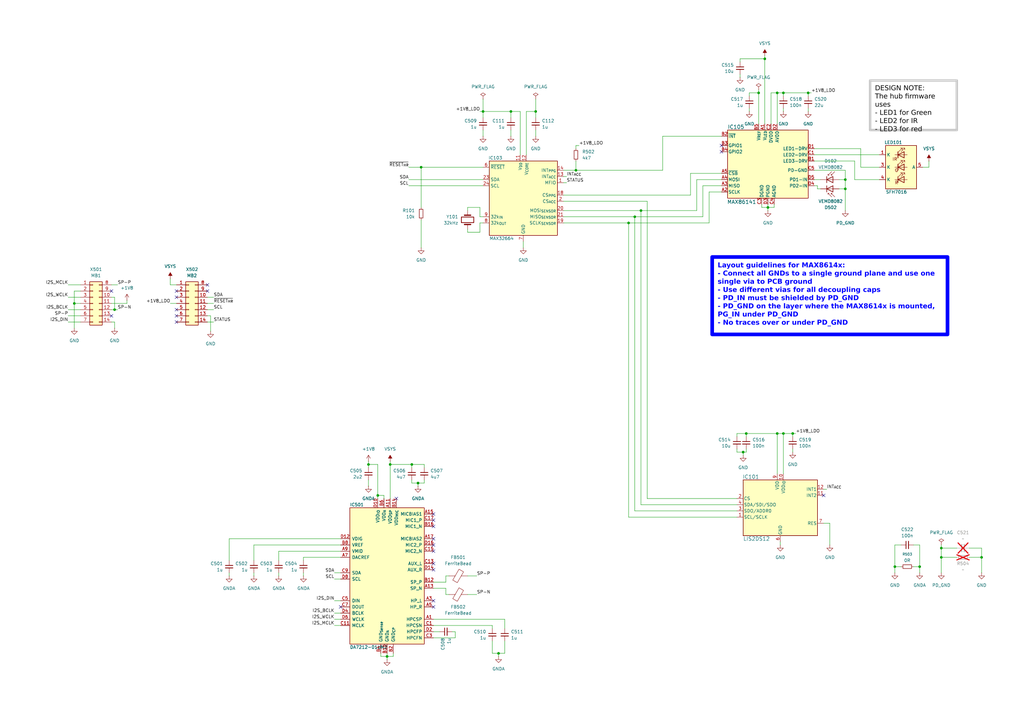
<source format=kicad_sch>
(kicad_sch (version 20250114) (generator "eeschema") (generator_version "9.0")
  (paper "A3")
  (title_block (title "Heartrate-DevKit") (date "2025-07-13") (rev "${REVISION}") (company "${COMPANY}"))
  (text_box "DESIGN NOTE:\nThe hub firmware uses\n- LED1 for Green\n- LED2 for IR\n- LED3 for red" (at 356.87 33.02 0) (size 35.56 20.32) (margins 2 2 2 2) (stroke (width 1) (color 200 200 200 1)) (effects (font (size 2 2)) (justify left top)))
  (text_box "Layout guidelines for MAX8614x:\n- Connect all GNDs to a single ground plane and use one single via to PCB ground\n- Use different vias for all decoupling caps\n- PD_IN must be shielded by PD_GND\n- PD_GND on the layer where the MAX8614x is mounted, PG_IN under PD_GND\n- No traces over or under PD_GND" (at 292.1 105.41 0) (size 96.52 31.75) (margins 2.25 2.25 2.25 2.25) (stroke (width 1.5) (color 0 0 255 1)) (effects (font (size 2 2) (thickness 0.4) (bold yes)) (justify left top)))
  (junction (at 46.99 127))
  (junction (at 346.71 77.47))
  (junction (at 331.47 38.1))
  (junction (at 325.12 177.8))
  (junction (at 313.69 24.13))
  (junction (at 236.22 69.85))
  (junction (at 262.89 86.36))
  (junction (at 386.08 228.6))
  (junction (at 318.77 38.1))
  (junction (at 314.96 85.09))
  (junction (at 367.03 232.41))
  (junction (at 158.75 269.24))
  (junction (at 311.15 38.1))
  (junction (at 306.07 177.8))
  (junction (at 321.31 38.1))
  (junction (at 209.55 45.72))
  (junction (at 402.59 228.6))
  (junction (at 160.02 190.5))
  (junction (at 168.91 190.5))
  (junction (at 219.71 45.72))
  (junction (at 171.45 198.12))
  (junction (at 386.08 224.79))
  (junction (at 257.81 91.44))
  (junction (at 260.35 88.9))
  (junction (at 172.72 68.58))
  (junction (at 154.94 203.2))
  (junction (at 198.12 45.72))
  (junction (at 151.13 190.5))
  (junction (at 318.77 177.8))
  (junction (at 321.31 177.8))
  (junction (at 346.71 73.66))
  (junction (at 304.8 185.42))
  (junction (at 204.47 267.97))
  (junction (at 377.19 232.41))
  (junction (at 30.48 124.46))
  (no_connect (at 177.8 220.98))
  (no_connect (at 72.39 132.08))
  (no_connect (at 45.72 119.38))
  (no_connect (at 177.8 215.9))
  (no_connect (at 295.91 59.69))
  (no_connect (at 177.8 223.52))
  (no_connect (at 45.72 129.54))
  (no_connect (at 177.8 233.68))
  (no_connect (at 337.82 203.2))
  (no_connect (at 295.91 62.23))
  (no_connect (at 139.7 248.92))
  (no_connect (at 72.39 121.92))
  (no_connect (at 177.8 248.92))
  (no_connect (at 177.8 246.38))
  (no_connect (at 177.8 210.82))
  (no_connect (at 72.39 127))
  (no_connect (at 177.8 226.06))
  (no_connect (at 162.56 204.47))
  (no_connect (at 72.39 119.38))
  (no_connect (at 85.09 119.38))
  (no_connect (at 177.8 231.14))
  (no_connect (at 72.39 129.54))
  (no_connect (at 177.8 213.36))
  (no_connect (at 85.09 116.84))
  (wire (pts (xy 283.21 71.12) (xy 295.91 71.12)))
  (wire (pts (xy 306.07 177.8) (xy 318.77 177.8)))
  (wire (pts (xy 386.08 234.95) (xy 386.08 228.6)))
  (wire (pts (xy 346.71 69.85) (xy 346.71 73.66)))
  (wire (pts (xy 46.99 121.92) (xy 46.99 127)))
  (wire (pts (xy 314.96 85.09) (xy 317.5 85.09)))
  (wire (pts (xy 157.48 204.47) (xy 157.48 203.2)))
  (wire (pts (xy 262.89 86.36) (xy 285.75 86.36)))
  (wire (pts (xy 160.02 189.23) (xy 160.02 190.5)))
  (wire (pts (xy 265.43 82.55) (xy 265.43 204.47)))
  (wire (pts (xy 27.94 116.84) (xy 33.02 116.84)))
  (wire (pts (xy 316.23 38.1) (xy 316.23 50.8)))
  (wire (pts (xy 369.57 223.52) (xy 367.03 223.52)))
  (wire (pts (xy 386.08 224.79) (xy 392.43 224.79)))
  (wire (pts (xy 325.12 177.8) (xy 326.39 177.8)))
  (wire (pts (xy 213.36 45.72) (xy 213.36 63.5)))
  (wire (pts (xy 311.15 38.1) (xy 311.15 50.8)))
  (wire (pts (xy 262.89 207.01) (xy 302.26 207.01)))
  (wire (pts (xy 312.42 83.82) (xy 312.42 85.09)))
  (wire (pts (xy 236.22 66.04) (xy 236.22 69.85)))
  (wire (pts (xy 104.14 223.52) (xy 104.14 229.87)))
  (wire (pts (xy 331.47 38.1) (xy 332.74 38.1)))
  (wire (pts (xy 156.21 269.24) (xy 158.75 269.24)))
  (wire (pts (xy 182.88 243.84) (xy 182.88 241.3)))
  (wire (pts (xy 215.9 45.72) (xy 219.71 45.72)))
  (wire (pts (xy 209.55 45.72) (xy 209.55 48.26)))
  (wire (pts (xy 397.51 228.6) (xy 402.59 228.6)))
  (wire (pts (xy 377.19 223.52) (xy 377.19 232.41)))
  (wire (pts (xy 69.85 114.3) (xy 69.85 116.84)))
  (wire (pts (xy 184.15 236.22) (xy 182.88 236.22)))
  (wire (pts (xy 191.77 85.09) (xy 196.85 85.09)))
  (wire (pts (xy 219.71 45.72) (xy 219.71 48.26)))
  (wire (pts (xy 171.45 198.12) (xy 171.45 199.39)))
  (wire (pts (xy 191.77 95.25) (xy 196.85 95.25)))
  (wire (pts (xy 320.04 222.25) (xy 320.04 223.52)))
  (wire (pts (xy 207.01 254) (xy 207.01 257.81)))
  (wire (pts (xy 314.96 83.82) (xy 314.96 85.09)))
  (wire (pts (xy 139.7 228.6) (xy 124.46 228.6)))
  (wire (pts (xy 27.94 127) (xy 33.02 127)))
  (wire (pts (xy 306.07 184.15) (xy 306.07 185.42)))
  (wire (pts (xy 317.5 85.09) (xy 317.5 83.82)))
  (wire (pts (xy 302.26 177.8) (xy 302.26 179.07)))
  (wire (pts (xy 360.68 73.66) (xy 350.52 73.66)))
  (wire (pts (xy 321.31 38.1) (xy 331.47 38.1)))
  (wire (pts (xy 204.47 267.97) (xy 204.47 269.24)))
  (wire (pts (xy 30.48 124.46) (xy 33.02 124.46)))
  (wire (pts (xy 386.08 223.52) (xy 386.08 224.79)))
  (wire (pts (xy 139.7 220.98) (xy 93.98 220.98)))
  (wire (pts (xy 154.94 190.5) (xy 151.13 190.5)))
  (wire (pts (xy 156.21 267.97) (xy 156.21 269.24)))
  (wire (pts (xy 321.31 38.1) (xy 321.31 39.37)))
  (wire (pts (xy 288.29 76.2) (xy 295.91 76.2)))
  (wire (pts (xy 331.47 44.45) (xy 331.47 45.72)))
  (wire (pts (xy 316.23 38.1) (xy 318.77 38.1)))
  (wire (pts (xy 171.45 198.12) (xy 168.91 198.12)))
  (wire (pts (xy 257.81 91.44) (xy 257.81 212.09)))
  (wire (pts (xy 172.72 90.17) (xy 172.72 101.6)))
  (wire (pts (xy 52.07 124.46) (xy 52.07 123.19)))
  (wire (pts (xy 46.99 127) (xy 48.26 127)))
  (wire (pts (xy 283.21 80.01) (xy 283.21 71.12)))
  (wire (pts (xy 304.8 185.42) (xy 304.8 186.69)))
  (wire (pts (xy 215.9 63.5) (xy 215.9 45.72)))
  (wire (pts (xy 346.71 77.47) (xy 346.71 86.36)))
  (wire (pts (xy 285.75 73.66) (xy 295.91 73.66)))
  (wire (pts (xy 154.94 190.5) (xy 154.94 203.2)))
  (wire (pts (xy 260.35 88.9) (xy 260.35 209.55)))
  (wire (pts (xy 85.09 129.54) (xy 86.36 129.54)))
  (wire (pts (xy 46.99 132.08) (xy 46.99 134.62)))
  (wire (pts (xy 45.72 121.92) (xy 46.99 121.92)))
  (wire (pts (xy 219.71 53.34) (xy 219.71 55.88)))
  (wire (pts (xy 196.85 91.44) (xy 196.85 95.25)))
  (wire (pts (xy 114.3 226.06) (xy 114.3 229.87)))
  (wire (pts (xy 167.64 68.58) (xy 172.72 68.58)))
  (wire (pts (xy 137.16 256.54) (xy 139.7 256.54)))
  (wire (pts (xy 93.98 234.95) (xy 93.98 236.22)))
  (wire (pts (xy 335.28 77.47) (xy 336.55 77.47)))
  (wire (pts (xy 360.68 63.5) (xy 334.01 63.5)))
  (wire (pts (xy 302.26 184.15) (xy 302.26 185.42)))
  (wire (pts (xy 260.35 88.9) (xy 288.29 88.9)))
  (wire (pts (xy 172.72 68.58) (xy 172.72 85.09)))
  (wire (pts (xy 381 66.04) (xy 381 68.58)))
  (wire (pts (xy 168.91 190.5) (xy 168.91 191.77)))
  (wire (pts (xy 214.63 99.06) (xy 214.63 101.6)))
  (wire (pts (xy 198.12 88.9) (xy 196.85 88.9)))
  (wire (pts (xy 290.83 78.74) (xy 290.83 91.44)))
  (wire (pts (xy 377.19 232.41) (xy 377.19 234.95)))
  (wire (pts (xy 173.99 198.12) (xy 173.99 196.85)))
  (wire (pts (xy 311.15 36.83) (xy 311.15 38.1)))
  (wire (pts (xy 151.13 190.5) (xy 151.13 191.77)))
  (wire (pts (xy 307.34 38.1) (xy 311.15 38.1)))
  (wire (pts (xy 260.35 88.9) (xy 231.14 88.9)))
  (wire (pts (xy 33.02 119.38) (xy 30.48 119.38)))
  (wire (pts (xy 303.53 25.4) (xy 303.53 24.13)))
  (wire (pts (xy 321.31 177.8) (xy 321.31 194.31)))
  (wire (pts (xy 374.65 223.52) (xy 377.19 223.52)))
  (wire (pts (xy 381 68.58) (xy 378.46 68.58)))
  (wire (pts (xy 86.36 129.54) (xy 86.36 135.89)))
  (wire (pts (xy 85.09 124.46) (xy 87.63 124.46)))
  (wire (pts (xy 307.34 39.37) (xy 307.34 38.1)))
  (wire (pts (xy 360.68 68.58) (xy 353.06 68.58)))
  (wire (pts (xy 367.03 223.52) (xy 367.03 232.41)))
  (wire (pts (xy 337.82 200.66) (xy 339.09 200.66)))
  (wire (pts (xy 334.01 66.04) (xy 350.52 66.04)))
  (wire (pts (xy 201.93 256.54) (xy 201.93 257.81)))
  (wire (pts (xy 198.12 45.72) (xy 198.12 48.26)))
  (wire (pts (xy 303.53 24.13) (xy 313.69 24.13)))
  (wire (pts (xy 173.99 190.5) (xy 173.99 191.77)))
  (wire (pts (xy 346.71 73.66) (xy 346.71 77.47)))
  (wire (pts (xy 104.14 234.95) (xy 104.14 236.22)))
  (wire (pts (xy 262.89 86.36) (xy 262.89 207.01)))
  (wire (pts (xy 302.26 177.8) (xy 306.07 177.8)))
  (wire (pts (xy 307.34 44.45) (xy 307.34 45.72)))
  (wire (pts (xy 177.8 261.62) (xy 186.69 261.62)))
  (wire (pts (xy 167.64 73.66) (xy 198.12 73.66)))
  (wire (pts (xy 367.03 232.41) (xy 367.03 234.95)))
  (wire (pts (xy 285.75 86.36) (xy 285.75 73.66)))
  (wire (pts (xy 201.93 256.54) (xy 177.8 256.54)))
  (wire (pts (xy 325.12 184.15) (xy 325.12 185.42)))
  (wire (pts (xy 367.03 232.41) (xy 369.57 232.41)))
  (wire (pts (xy 168.91 190.5) (xy 173.99 190.5)))
  (wire (pts (xy 295.91 78.74) (xy 290.83 78.74)))
  (wire (pts (xy 158.75 269.24) (xy 161.29 269.24)))
  (wire (pts (xy 219.71 40.64) (xy 219.71 45.72)))
  (wire (pts (xy 318.77 177.8) (xy 321.31 177.8)))
  (wire (pts (xy 30.48 119.38) (xy 30.48 124.46)))
  (wire (pts (xy 196.85 85.09) (xy 196.85 88.9)))
  (wire (pts (xy 334.01 76.2) (xy 335.28 76.2)))
  (wire (pts (xy 386.08 228.6) (xy 392.43 228.6)))
  (wire (pts (xy 45.72 124.46) (xy 52.07 124.46)))
  (wire (pts (xy 340.36 214.63) (xy 340.36 223.52)))
  (wire (pts (xy 201.93 267.97) (xy 204.47 267.97)))
  (wire (pts (xy 198.12 53.34) (xy 198.12 55.88)))
  (wire (pts (xy 335.28 76.2) (xy 335.28 77.47)))
  (wire (pts (xy 397.51 224.79) (xy 402.59 224.79)))
  (wire (pts (xy 231.14 72.39) (xy 232.41 72.39)))
  (wire (pts (xy 154.94 203.2) (xy 154.94 204.47)))
  (wire (pts (xy 180.34 259.08) (xy 177.8 259.08)))
  (wire (pts (xy 186.69 259.08) (xy 185.42 259.08)))
  (wire (pts (xy 265.43 204.47) (xy 302.26 204.47)))
  (wire (pts (xy 172.72 68.58) (xy 198.12 68.58)))
  (wire (pts (xy 313.69 22.86) (xy 313.69 24.13)))
  (wire (pts (xy 231.14 82.55) (xy 265.43 82.55)))
  (wire (pts (xy 45.72 116.84) (xy 48.26 116.84)))
  (wire (pts (xy 304.8 185.42) (xy 306.07 185.42)))
  (wire (pts (xy 177.8 254) (xy 207.01 254)))
  (wire (pts (xy 191.77 243.84) (xy 195.58 243.84)))
  (wire (pts (xy 321.31 177.8) (xy 325.12 177.8)))
  (wire (pts (xy 231.14 74.93) (xy 232.41 74.93)))
  (wire (pts (xy 318.77 194.31) (xy 318.77 177.8)))
  (wire (pts (xy 350.52 66.04) (xy 350.52 73.66)))
  (wire (pts (xy 313.69 24.13) (xy 313.69 50.8)))
  (wire (pts (xy 260.35 209.55) (xy 302.26 209.55)))
  (wire (pts (xy 182.88 236.22) (xy 182.88 238.76)))
  (wire (pts (xy 231.14 69.85) (xy 236.22 69.85)))
  (wire (pts (xy 137.16 234.95) (xy 139.7 234.95)))
  (wire (pts (xy 386.08 228.6) (xy 386.08 224.79)))
  (wire (pts (xy 271.78 55.88) (xy 295.91 55.88)))
  (wire (pts (xy 69.85 124.46) (xy 72.39 124.46)))
  (wire (pts (xy 209.55 53.34) (xy 209.55 55.88)))
  (wire (pts (xy 344.17 73.66) (xy 346.71 73.66)))
  (wire (pts (xy 209.55 45.72) (xy 213.36 45.72)))
  (wire (pts (xy 314.96 85.09) (xy 314.96 86.36)))
  (wire (pts (xy 160.02 190.5) (xy 168.91 190.5)))
  (wire (pts (xy 331.47 38.1) (xy 331.47 39.37)))
  (wire (pts (xy 114.3 234.95) (xy 114.3 236.22)))
  (wire (pts (xy 93.98 220.98) (xy 93.98 229.87)))
  (wire (pts (xy 85.09 132.08) (xy 87.63 132.08)))
  (wire (pts (xy 137.16 251.46) (xy 139.7 251.46)))
  (wire (pts (xy 334.01 60.96) (xy 353.06 60.96)))
  (wire (pts (xy 27.94 129.54) (xy 33.02 129.54)))
  (wire (pts (xy 303.53 30.48) (xy 303.53 31.75)))
  (wire (pts (xy 318.77 38.1) (xy 321.31 38.1)))
  (wire (pts (xy 201.93 267.97) (xy 201.93 262.89)))
  (wire (pts (xy 177.8 241.3) (xy 182.88 241.3)))
  (wire (pts (xy 158.75 269.24) (xy 158.75 270.51)))
  (wire (pts (xy 85.09 121.92) (xy 87.63 121.92)))
  (wire (pts (xy 198.12 40.64) (xy 198.12 45.72)))
  (wire (pts (xy 45.72 132.08) (xy 46.99 132.08)))
  (wire (pts (xy 321.31 44.45) (xy 321.31 45.72)))
  (wire (pts (xy 353.06 68.58) (xy 353.06 60.96)))
  (wire (pts (xy 72.39 116.84) (xy 69.85 116.84)))
  (wire (pts (xy 257.81 212.09) (xy 302.26 212.09)))
  (wire (pts (xy 157.48 203.2) (xy 154.94 203.2)))
  (wire (pts (xy 271.78 69.85) (xy 271.78 55.88)))
  (wire (pts (xy 45.72 127) (xy 46.99 127)))
  (wire (pts (xy 207.01 262.89) (xy 207.01 267.97)))
  (wire (pts (xy 27.94 132.08) (xy 33.02 132.08)))
  (wire (pts (xy 168.91 196.85) (xy 168.91 198.12)))
  (wire (pts (xy 85.09 127) (xy 87.63 127)))
  (wire (pts (xy 137.16 237.49) (xy 139.7 237.49)))
  (wire (pts (xy 402.59 228.6) (xy 402.59 234.95)))
  (wire (pts (xy 288.29 88.9) (xy 288.29 76.2)))
  (wire (pts (xy 161.29 267.97) (xy 161.29 269.24)))
  (wire (pts (xy 196.85 45.72) (xy 198.12 45.72)))
  (wire (pts (xy 151.13 196.85) (xy 151.13 199.39)))
  (wire (pts (xy 337.82 214.63) (xy 340.36 214.63)))
  (wire (pts (xy 177.8 238.76) (xy 182.88 238.76)))
  (wire (pts (xy 137.16 254) (xy 139.7 254)))
  (wire (pts (xy 236.22 69.85) (xy 271.78 69.85)))
  (wire (pts (xy 184.15 243.84) (xy 182.88 243.84)))
  (wire (pts (xy 191.77 86.36) (xy 191.77 85.09)))
  (wire (pts (xy 231.14 86.36) (xy 262.89 86.36)))
  (wire (pts (xy 402.59 224.79) (xy 402.59 228.6)))
  (wire (pts (xy 191.77 236.22) (xy 195.58 236.22)))
  (wire (pts (xy 151.13 189.23) (xy 151.13 190.5)))
  (wire (pts (xy 306.07 177.8) (xy 306.07 179.07)))
  (wire (pts (xy 191.77 93.98) (xy 191.77 95.25)))
  (wire (pts (xy 231.14 80.01) (xy 283.21 80.01)))
  (wire (pts (xy 124.46 234.95) (xy 124.46 236.22)))
  (wire (pts (xy 198.12 91.44) (xy 196.85 91.44)))
  (wire (pts (xy 139.7 226.06) (xy 114.3 226.06)))
  (wire (pts (xy 198.12 45.72) (xy 209.55 45.72)))
  (wire (pts (xy 160.02 190.5) (xy 160.02 204.47)))
  (wire (pts (xy 334.01 69.85) (xy 346.71 69.85)))
  (wire (pts (xy 30.48 124.46) (xy 30.48 134.62)))
  (wire (pts (xy 27.94 121.92) (xy 33.02 121.92)))
  (wire (pts (xy 344.17 77.47) (xy 346.71 77.47)))
  (wire (pts (xy 158.75 269.24) (xy 158.75 267.97)))
  (wire (pts (xy 186.69 261.62) (xy 186.69 259.08)))
  (wire (pts (xy 302.26 185.42) (xy 304.8 185.42)))
  (wire (pts (xy 236.22 59.69) (xy 237.49 59.69)))
  (wire (pts (xy 167.64 76.2) (xy 198.12 76.2)))
  (wire (pts (xy 318.77 38.1) (xy 318.77 50.8)))
  (wire (pts (xy 334.01 73.66) (xy 336.55 73.66)))
  (wire (pts (xy 374.65 232.41) (xy 377.19 232.41)))
  (wire (pts (xy 236.22 59.69) (xy 236.22 60.96)))
  (wire (pts (xy 231.14 91.44) (xy 257.81 91.44)))
  (wire (pts (xy 325.12 177.8) (xy 325.12 179.07)))
  (wire (pts (xy 139.7 223.52) (xy 104.14 223.52)))
  (wire (pts (xy 171.45 198.12) (xy 173.99 198.12)))
  (wire (pts (xy 124.46 228.6) (xy 124.46 229.87)))
  (wire (pts (xy 204.47 267.97) (xy 207.01 267.97)))
  (wire (pts (xy 137.16 246.38) (xy 139.7 246.38)))
  (wire (pts (xy 257.81 91.44) (xy 290.83 91.44)))
  (wire (pts (xy 312.42 85.09) (xy 314.96 85.09)))
  (label "+1V8_LDO" (at 332.74 38.1 0))
  (label "+1V8_LDO" (at 237.49 59.69 0))
  (label "I2S_WCLK" (at 137.16 254 180))
  (label "~{RESET_{HR}}" (at 87.63 124.46 0))
  (label "INT_{ACC}" (at 339.09 200.66 0))
  (label "SP-P" (at 27.94 129.54 180))
  (label "+1V8_LDO" (at 196.85 45.72 180))
  (label "SP-N" (at 48.26 127 0))
  (label "SDA" (at 167.64 73.66 180))
  (label "STATUS" (at 87.63 132.08 0))
  (label "INT_{ACC}" (at 232.41 72.39 0))
  (label "I2S_DIN" (at 27.94 132.08 180))
  (label "I2S_DIN" (at 137.16 246.38 180))
  (label "SP-P" (at 48.26 116.84 0))
  (label "+1V8_LDO" (at 326.39 177.8 0))
  (label "+1V8_LDO" (at 69.85 124.46 180))
  (label "SCL" (at 137.16 237.49 180))
  (label "SP-P" (at 195.58 236.22 0))
  (label "I2S_WCLK" (at 27.94 121.92 180))
  (label "SP-N" (at 195.58 243.84 0))
  (label "STATUS" (at 232.41 74.93 0))
  (label "I2S_BCLK" (at 137.16 251.46 180))
  (label "I2S_MCLK" (at 137.16 256.54 180))
  (label "SDA" (at 87.63 121.92 0))
  (label "I2S_BCLK" (at 27.94 127 180))
  (label "SCL" (at 167.64 76.2 180))
  (label "I2S_MCLK" (at 27.94 116.84 180))
  (label "SCL" (at 87.63 127 0))
  (label "SDA" (at 137.16 234.95 180))
  (label "~{RESET_{HR}}" (at 167.64 68.58 180))
  (symbol (lib_id "power:GND") (at 325.12 185.42 0) (unit 1)
    (property "Reference" "#PWR0526" (effects (hide yes)))
    (property "Value" "GND" (at 325.12 190.5 0))
    (property "Description" "Power symbol creates a global label with name \"GND\" , ground" (effects (hide yes)))
  )
  (symbol (lib_id "power:PWR_FLAG") (at 386.08 223.52 0) (unit 1)
    (property "Reference" "#FLG0503" (effects (hide yes)))
    (property "Value" "PWR_FLAG" (at 386.08 218.44 0))
    (property "Description" "Special symbol for telling ERC where power comes from" (effects (hide yes)))
  )
  (symbol (lib_id "Device:FerriteBead") (at 187.96 243.84 90) (unit 1)
    (property "Reference" "FB502" (at 187.9092 248.92 90))
    (property "Value" "FerriteBead" (at 187.9092 251.46 90))
    (property "Footprint" "Inductor_SMD:L_0402_1005Metric" (effects (hide yes)))
    (property "Description" "Ferrite bead" (effects (hide yes)))
    (property "manf" "Murata" (effects (hide yes)))
    (property "manf#" "BLM15PD121SN1D" (effects (hide yes)))
    (property "mouser#" "81-BLM15PD121SN1D" (effects (hide yes)))
  )
  (symbol (lib_id "power:GNDA") (at 386.08 234.95 0) (unit 1)
    (property "Reference" "#PWR0533" (effects (hide yes)))
    (property "Value" "PD_GND" (at 386.08 240.03 0))
    (property "Description" "Power symbol creates a global label with name \"GNDA\" , analog ground" (effects (hide yes)))
  )
  (symbol (lib_id "power:VS") (at 381 66.04 0) (unit 1)
    (property "Reference" "#PWR0532" (effects (hide yes)))
    (property "Value" "VSYS" (at 381 60.96 0))
    (property "Description" "Power symbol creates a global label with name \"VS\"" (effects (hide yes)))
  )
  (symbol (lib_id "Device:D_Photo") (at 341.63 77.47 0) (mirror x) (unit 1)
    (property "Reference" "D502" (at 340.6775 85.09 0))
    (property "Value" "VEMD8082" (at 340.6775 82.55 0))
    (property "Footprint" "Vishay:VEMD808x" (effects (hide yes)))
    (property "Description" "Photodiode" (effects (hide yes)))
    (property "manf" "Vishay Semiconductors" (effects (hide yes)))
    (property "manf#" "VEMD8082" (effects (hide yes)))
    (property "mouser#" "78-VEMD8082" (effects (hide yes)))
  )
  (symbol (lib_id "power:GNDA") (at 104.14 236.22 0) (unit 1)
    (property "Reference" "#PWR0505" (effects (hide yes)))
    (property "Value" "GNDA" (at 104.14 241.3 0))
    (property "Description" "Power symbol creates a global label with name \"GNDA\" , analog ground" (effects (hide yes)))
  )
  (symbol (lib_id "Device:C_Small") (at 198.12 50.8 0) (mirror y) (unit 1)
    (property "Reference" "C509" (at 195.58 49.5362 0) (effects (justify left)))
    (property "Value" "1u" (at 195.58 52.0762 0) (effects (justify left)))
    (property "Footprint" "Capacitor_SMD:C_0201_0603Metric" (effects (hide yes)))
    (property "Datasheet" "https://datasheets.kyocera-avx.com/x6s-dielectric.pdf" (effects (hide yes)))
    (property "Description" "Unpolarized capacitor, small symbol" (effects (hide yes)))
    (property "manf" "KYOCERA AVX" (effects (hide yes)))
    (property "manf#" "02016W105MAT2A" (effects (hide yes)))
    (property "mouser#" "581-02016W105MAT2A" (effects (hide yes)))
  )
  (symbol (lib_id "power:GND") (at 46.99 134.62 0) (unit 1)
    (property "Reference" "#PWR0536" (effects (hide yes)))
    (property "Value" "GND" (at 46.99 139.7 0))
    (property "Description" "Power symbol creates a global label with name \"GND\" , ground" (effects (hide yes)))
  )
  (symbol (lib_id "Device:C_Small") (at 151.13 194.31 0) (mirror y) (unit 1)
    (property "Reference" "C505" (at 148.59 193.0462 0) (effects (justify left)))
    (property "Value" "2u2" (at 148.59 195.5862 0) (effects (justify left)))
    (property "Footprint" "Capacitor_SMD:C_0201_0603Metric" (effects (hide yes)))
    (property "Datasheet" "https://datasheets.kyocera-avx.com/cx5r-KGM.pdf" (effects (hide yes)))
    (property "Description" "Unpolarized capacitor, small symbol" (effects (hide yes)))
    (property "manf" "KYOCERA AVX" (effects (hide yes)))
    (property "manf#" "0201ZD225MAT2A" (effects (hide yes)))
    (property "mouser#" "581-0201ZD225MAT2A" (effects (hide yes)))
  )
  (symbol (lib_id "Device:C_Small") (at 219.71 50.8 0) (unit 1)
    (property "Reference" "C112" (at 222.25 49.5362 0) (effects (justify left)))
    (property "Value" "1u" (at 222.25 52.0762 0) (effects (justify left)))
    (property "Footprint" "Capacitor_SMD:C_0201_0603Metric" (effects (hide yes)))
    (property "Datasheet" "https://datasheets.kyocera-avx.com/x6s-dielectric.pdf" (effects (hide yes)))
    (property "Description" "Unpolarized capacitor, small symbol" (effects (hide yes)))
    (property "manf" "KYOCERA AVX" (effects (hide yes)))
    (property "manf#" "02016W105MAT2A" (effects (hide yes)))
    (property "mouser#" "581-02016W105MAT2A" (effects (hide yes)))
  )
  (symbol (lib_id "power:GNDA") (at 124.46 236.22 0) (unit 1)
    (property "Reference" "#PWR0507" (effects (hide yes)))
    (property "Value" "GNDA" (at 124.46 241.3 0))
    (property "Description" "Power symbol creates a global label with name \"GNDA\" , analog ground" (effects (hide yes)))
  )
  (symbol (lib_id "power:PWR_FLAG") (at 311.15 36.83 0) (unit 1)
    (property "Reference" "#FLG0502" (effects (hide yes)))
    (property "Value" "PWR_FLAG" (at 311.15 31.75 0))
    (property "Description" "Special symbol for telling ERC where power comes from" (effects (hide yes)))
  )
  (symbol (lib_id "Device:C_Small") (at 209.55 50.8 0) (mirror y) (unit 1)
    (property "Reference" "C111" (at 207.01 49.5362 0) (effects (justify left)))
    (property "Value" "1u" (at 207.01 52.0762 0) (effects (justify left)))
    (property "Footprint" "Capacitor_SMD:C_0201_0603Metric" (effects (hide yes)))
    (property "Datasheet" "https://datasheets.kyocera-avx.com/x6s-dielectric.pdf" (effects (hide yes)))
    (property "Description" "Unpolarized capacitor, small symbol" (effects (hide yes)))
    (property "manf" "KYOCERA AVX" (effects (hide yes)))
    (property "manf#" "02016W105MAT2A" (effects (hide yes)))
    (property "mouser#" "581-02016W105MAT2A" (effects (hide yes)))
  )
  (symbol (lib_id "Device:C_Small") (at 207.01 260.35 0) (unit 1)
    (property "Reference" "C511" (at 209.55 259.0862 0) (effects (justify left)))
    (property "Value" "1u" (at 209.55 261.6262 0) (effects (justify left)))
    (property "Footprint" "Capacitor_SMD:C_0201_0603Metric" (effects (hide yes)))
    (property "Datasheet" "https://datasheets.kyocera-avx.com/x6s-dielectric.pdf" (effects (hide yes)))
    (property "Description" "Unpolarized capacitor, small symbol" (effects (hide yes)))
    (property "manf" "KYOCERA AVX" (effects (hide yes)))
    (property "manf#" "02016W105MAT2A" (effects (hide yes)))
    (property "mouser#" "581-02016W105MAT2A" (effects (hide yes)))
  )
  (symbol (lib_id "Device:C_Small") (at 201.93 260.35 0) (mirror y) (unit 1)
    (property "Reference" "C510" (at 199.39 259.0862 0) (effects (justify left)))
    (property "Value" "1u" (at 199.39 261.6262 0) (effects (justify left)))
    (property "Footprint" "Capacitor_SMD:C_0201_0603Metric" (effects (hide yes)))
    (property "Datasheet" "https://datasheets.kyocera-avx.com/x6s-dielectric.pdf" (effects (hide yes)))
    (property "Description" "Unpolarized capacitor, small symbol" (effects (hide yes)))
    (property "manf" "KYOCERA AVX" (effects (hide yes)))
    (property "manf#" "02016W105MAT2A" (effects (hide yes)))
    (property "mouser#" "581-02016W105MAT2A" (effects (hide yes)))
  )
  (symbol (lib_id "power:GND") (at 198.12 55.88 0) (unit 1)
    (property "Reference" "#PWR0514" (effects (hide yes)))
    (property "Value" "GND" (at 198.12 60.96 0))
    (property "Description" "Power symbol creates a global label with name \"GND\" , ground" (effects (hide yes)))
  )
  (symbol (lib_id "power:GND") (at 86.36 135.89 0) (unit 1)
    (property "Reference" "#PWR0501" (effects (hide yes)))
    (property "Value" "GND" (at 86.36 140.97 0))
    (property "Description" "Power symbol creates a global label with name \"GND\" , ground" (effects (hide yes)))
  )
  (symbol (lib_id "Device:C_Small") (at 168.91 194.31 0) (mirror y) (unit 1)
    (property "Reference" "C506" (at 166.37 193.0462 0) (effects (justify left)))
    (property "Value" "4u7" (at 166.37 195.5862 0) (effects (justify left)))
    (property "Footprint" "Capacitor_SMD:C_0201_0603Metric" (effects (hide yes)))
    (property "Datasheet" "https://www.mouser.de/datasheet/3/76/2/GRM035R60J475ME15_01A.pdf" (effects (hide yes)))
    (property "Description" "Unpolarized capacitor, small symbol" (effects (hide yes)))
    (property "manf" "Murata" (effects (hide yes)))
    (property "manf#" "GRM035R60J475ME15D" (effects (hide yes)))
    (property "mouser#" "81-GRM035R60J475ME5D" (effects (hide yes)))
  )
  (symbol (lib_id "Device:Crystal") (at 191.77 90.17 270) (mirror x) (unit 1)
    (property "Reference" "Y101" (at 187.96 88.8999 90) (effects (justify right)))
    (property "Value" "32kHz" (at 187.96 91.4399 90) (effects (justify right)))
    (property "Footprint" "Crystal_Kampi:ECS_ECX-1210" (effects (hide yes)))
    (property "Description" "Two pin crystal" (effects (hide yes)))
    (property "manf" "ECS" (effects (hide yes)))
    (property "manf#" "ECS-.327-6-1210-TR" (effects (hide yes)))
    (property "mouser#" "520-.327-6-1210-TR" (effects (hide yes)))
  )
  (symbol (lib_id "Device:C_Small") (at 303.53 27.94 0) (mirror y) (unit 1)
    (property "Reference" "C515" (at 300.99 26.6762 0) (effects (justify left)))
    (property "Value" "10u" (at 300.99 29.2162 0) (effects (justify left)))
    (property "Footprint" "Capacitor_SMD:C_0201_0603Metric" (effects (hide yes)))
    (property "Description" "Unpolarized capacitor, small symbol" (effects (hide yes)))
    (property "manf" "TAIYO YUDEN" (effects (hide yes)))
    (property "manf#" "AMK105CBJ106MV-F" (effects (hide yes)))
    (property "mouser#" "963-AMK105CBJ106MV-F" (effects (hide yes)))
  )
  (symbol (lib_id "power:PWR_FLAG") (at 198.12 40.64 0) (unit 1)
    (property "Reference" "#FLG0504" (effects (hide yes)))
    (property "Value" "PWR_FLAG" (at 198.12 35.56 0))
    (property "Description" "Special symbol for telling ERC where power comes from" (effects (hide yes)))
  )
  (symbol (lib_id "power:GND") (at 402.59 234.95 0) (unit 1)
    (property "Reference" "#PWR0534" (effects (hide yes)))
    (property "Value" "GND" (at 402.59 240.03 0))
    (property "Description" "Power symbol creates a global label with name \"GND\" , ground" (effects (hide yes)))
  )
  (symbol (lib_id "power:VS") (at 69.85 114.3 0) (unit 1)
    (property "Reference" "#PWR0503" (effects (hide yes)))
    (property "Value" "VSYS" (at 69.85 109.22 0))
    (property "Description" "Power symbol creates a global label with name \"VS\"" (effects (hide yes)))
  )
  (symbol (lib_id "Device:C_Small") (at 394.97 224.79 90) (mirror x) (unit 1) (in_bom no) (dnp yes)
    (property "Reference" "C521" (at 394.9763 218.44 90))
    (property "Value" "~" (at 394.9763 220.98 90))
    (property "Footprint" "Capacitor_SMD:C_0201_0603Metric" (effects (hide yes)))
    (property "Description" "Unpolarized capacitor, small symbol" (effects (hide yes)))
  )
  (symbol (lib_id "Device:C_Small") (at 124.46 232.41 0) (mirror y) (unit 1)
    (property "Reference" "C504" (at 121.92 231.1462 0) (effects (justify left)))
    (property "Value" "1u" (at 121.92 233.6862 0) (effects (justify left)))
    (property "Footprint" "Capacitor_SMD:C_0201_0603Metric" (effects (hide yes)))
    (property "Datasheet" "https://datasheets.kyocera-avx.com/x6s-dielectric.pdf" (effects (hide yes)))
    (property "Description" "Unpolarized capacitor, small symbol" (effects (hide yes)))
    (property "manf" "KYOCERA AVX" (effects (hide yes)))
    (property "manf#" "02016W105MAT2A" (effects (hide yes)))
    (property "mouser#" "581-02016W105MAT2A" (effects (hide yes)))
  )
  (symbol (lib_id "Device:R_Small") (at 172.72 87.63 0) (mirror y) (unit 1)
    (property "Reference" "R101" (at 170.18 86.3599 0) (effects (justify left)))
    (property "Value" "10k" (at 170.18 88.8999 0) (effects (justify left)))
    (property "Footprint" "Resistor_SMD:R_0201_0603Metric" (effects (hide yes)))
    (property "Datasheet" "https://eu.mouser.com/datasheet/3/40/1/cr.pdf" (effects (hide yes)))
    (property "Description" "Resistor, small symbol" (effects (hide yes)))
    (property "manf" "Bourns" (effects (hide yes)))
    (property "manf#" "CR0201-JW-103GLF" (effects (hide yes)))
    (property "mouser#" "652-CR0201-JW-103GLF" (effects (hide yes)))
  )
  (symbol (lib_id "Device:C_Small") (at 372.11 223.52 90) (unit 1)
    (property "Reference" "C522" (at 372.1163 217.17 90))
    (property "Value" "100n" (at 372.1163 219.71 90))
    (property "Footprint" "Capacitor_SMD:C_0201_0603Metric" (effects (hide yes)))
    (property "Description" "Unpolarized capacitor, small symbol" (effects (hide yes)))
    (property "manf" "KEMET" (effects (hide yes)))
    (property "manf#" "C0402C104K4RAC7411" (effects (hide yes)))
    (property "mouser#" "80-C0402C104K4R7411" (effects (hide yes)))
  )
  (symbol (lib_id "Analog Devices:MAX86141") (at 314.96 67.31 0) (unit 1)
    (property "Reference" "IC105" (at 298.45 52.07 0) (effects (font (size 1.524 1.524)) (justify left)))
    (property "Value" "MAX86141" (at 298.196 82.804 0) (effects (font (size 1.524 1.524)) (justify left)))
    (property "Footprint" "Package_BGA_Kampi:THIN-WLP-20_2.228x1.967mm_P0.4mm" (effects (hide yes)))
    (property "Datasheet" "https://www.analog.com/media/en/technical-documentation/data-sheets/max86140-max86141.pdf" (effects (hide yes)))
    (property "manf" "Analog Devices / Maxim Integrated" (effects (hide yes)))
    (property "manf#" "MAX86141ENP+T" (effects (hide yes)))
    (property "mouser#" "700-MAX86141ENP+T" (effects (hide yes)))
  )
  (symbol (lib_id "power:GND") (at 367.03 234.95 0) (unit 1)
    (property "Reference" "#PWR0530" (effects (hide yes)))
    (property "Value" "GND" (at 367.03 240.03 0))
    (property "Description" "Power symbol creates a global label with name \"GND\" , ground" (effects (hide yes)))
  )
  (symbol (lib_id "power:GNDA") (at 114.3 236.22 0) (unit 1)
    (property "Reference" "#PWR0506" (effects (hide yes)))
    (property "Value" "GNDA" (at 114.3 241.3 0))
    (property "Description" "Power symbol creates a global label with name \"GNDA\" , analog ground" (effects (hide yes)))
  )
  (symbol (lib_id "power:GND") (at 303.53 31.75 0) (unit 1)
    (property "Reference" "#PWR0519" (effects (hide yes)))
    (property "Value" "GND" (at 303.53 36.83 0))
    (property "Description" "Power symbol creates a global label with name \"GND\" , ground" (effects (hide yes)))
  )
  (symbol (lib_id "power:GND") (at 214.63 101.6 0) (unit 1)
    (property "Reference" "#PWR0109" (effects (hide yes)))
    (property "Value" "GND" (at 214.63 106.68 0))
    (property "Description" "Power symbol creates a global label with name \"GND\" , ground" (effects (hide yes)))
  )
  (symbol (lib_id "Device:C_Small") (at 173.99 194.31 0) (unit 1)
    (property "Reference" "C507" (at 176.53 193.0462 0) (effects (justify left)))
    (property "Value" "4u7" (at 176.53 195.5862 0) (effects (justify left)))
    (property "Footprint" "Capacitor_SMD:C_0201_0603Metric" (effects (hide yes)))
    (property "Datasheet" "https://www.mouser.de/datasheet/3/76/2/GRM035R60J475ME15_01A.pdf" (effects (hide yes)))
    (property "Description" "Unpolarized capacitor, small symbol" (effects (hide yes)))
    (property "manf" "Murata" (effects (hide yes)))
    (property "manf#" "GRM035R60J475ME15D" (effects (hide yes)))
    (property "mouser#" "81-GRM035R60J475ME5D" (effects (hide yes)))
  )
  (symbol (lib_id "power:GND") (at 331.47 45.72 0) (unit 1)
    (property "Reference" "#PWR0527" (effects (hide yes)))
    (property "Value" "GND" (at 331.47 50.8 0))
    (property "Description" "Power symbol creates a global label with name \"GND\" , ground" (effects (hide yes)))
  )
  (symbol (lib_id "power:VS") (at 160.02 189.23 0) (unit 1)
    (property "Reference" "#PWR0511" (effects (hide yes)))
    (property "Value" "VSYS" (at 160.02 184.15 0))
    (property "Description" "Power symbol creates a global label with name \"VS\"" (effects (hide yes)))
  )
  (symbol (lib_id "Device:C_Small") (at 321.31 41.91 0) (unit 1)
    (property "Reference" "C518" (at 323.85 40.6462 0) (effects (justify left)))
    (property "Value" "100n" (at 323.85 43.1862 0) (effects (justify left)))
    (property "Footprint" "Capacitor_SMD:C_0201_0603Metric" (effects (hide yes)))
    (property "Description" "Unpolarized capacitor, small symbol" (effects (hide yes)))
    (property "manf" "KEMET" (effects (hide yes)))
    (property "manf#" "C0402C104K4RAC7411" (effects (hide yes)))
    (property "mouser#" "80-C0402C104K4R7411" (effects (hide yes)))
  )
  (symbol (lib_id "Device:R_Small") (at 394.97 228.6 90) (mirror x) (unit 1) (dnp yes)
    (property "Reference" "R504" (at 394.97 231.14 90))
    (property "Value" "~" (at 394.97 233.68 90))
    (property "Footprint" "Resistor_SMD:R_0201_0603Metric" (effects (hide yes)))
    (property "Description" "Resistor, small symbol" (effects (hide yes)))
  )
  (symbol (lib_id "power:GND") (at 320.04 223.52 0) (unit 1)
    (property "Reference" "#PWR0524" (effects (hide yes)))
    (property "Value" "GND" (at 320.04 228.6 0))
    (property "Description" "Power symbol creates a global label with name \"GND\" , ground" (effects (hide yes)))
  )
  (symbol (lib_id "power:GND") (at 219.71 55.88 0) (unit 1)
    (property "Reference" "#PWR0110" (effects (hide yes)))
    (property "Value" "GND" (at 219.71 60.96 0))
    (property "Description" "Power symbol creates a global label with name \"GND\" , ground" (effects (hide yes)))
  )
  (symbol (lib_id "Device:C_Small") (at 93.98 232.41 0) (mirror y) (unit 1)
    (property "Reference" "C501" (at 91.44 231.1462 0) (effects (justify left)))
    (property "Value" "1u" (at 91.44 233.6862 0) (effects (justify left)))
    (property "Footprint" "Capacitor_SMD:C_0201_0603Metric" (effects (hide yes)))
    (property "Datasheet" "https://datasheets.kyocera-avx.com/x6s-dielectric.pdf" (effects (hide yes)))
    (property "Description" "Unpolarized capacitor, small symbol" (effects (hide yes)))
    (property "manf" "KYOCERA AVX" (effects (hide yes)))
    (property "manf#" "02016W105MAT2A" (effects (hide yes)))
    (property "mouser#" "581-02016W105MAT2A" (effects (hide yes)))
  )
  (symbol (lib_id "Device:C_Small") (at 104.14 232.41 0) (mirror y) (unit 1)
    (property "Reference" "C502" (at 101.6 231.1462 0) (effects (justify left)))
    (property "Value" "1u" (at 101.6 233.6862 0) (effects (justify left)))
    (property "Footprint" "Capacitor_SMD:C_0201_0603Metric" (effects (hide yes)))
    (property "Datasheet" "https://datasheets.kyocera-avx.com/x6s-dielectric.pdf" (effects (hide yes)))
    (property "Description" "Unpolarized capacitor, small symbol" (effects (hide yes)))
    (property "manf" "KYOCERA AVX" (effects (hide yes)))
    (property "manf#" "02016W105MAT2A" (effects (hide yes)))
    (property "mouser#" "581-02016W105MAT2A" (effects (hide yes)))
  )
  (symbol (lib_id "power:GND") (at 172.72 101.6 0) (unit 1)
    (property "Reference" "#PWR0102" (effects (hide yes)))
    (property "Value" "GND" (at 172.72 106.68 0))
    (property "Description" "Power symbol creates a global label with name \"GND\" , ground" (effects (hide yes)))
  )
  (symbol (lib_id "power:GND") (at 209.55 55.88 0) (unit 1)
    (property "Reference" "#PWR0105" (effects (hide yes)))
    (property "Value" "GND" (at 209.55 60.96 0))
    (property "Description" "Power symbol creates a global label with name \"GND\" , ground" (effects (hide yes)))
  )
  (symbol (lib_id "power:GND") (at 304.8 186.69 0) (unit 1)
    (property "Reference" "#PWR0520" (effects (hide yes)))
    (property "Value" "GND" (at 304.8 191.77 0))
    (property "Description" "Power symbol creates a global label with name \"GND\" , ground" (effects (hide yes)))
  )
  (symbol (lib_id "Device:C_Small") (at 307.34 41.91 0) (mirror y) (unit 1)
    (property "Reference" "C517" (at 304.8 40.6462 0) (effects (justify left)))
    (property "Value" "1u" (at 304.8 43.1862 0) (effects (justify left)))
    (property "Footprint" "Capacitor_SMD:C_0201_0603Metric" (effects (hide yes)))
    (property "Datasheet" "https://datasheets.kyocera-avx.com/x6s-dielectric.pdf" (effects (hide yes)))
    (property "Description" "Unpolarized capacitor, small symbol" (effects (hide yes)))
    (property "manf" "KYOCERA AVX" (effects (hide yes)))
    (property "manf#" "02016W105MAT2A" (effects (hide yes)))
    (property "mouser#" "581-02016W105MAT2A" (effects (hide yes)))
  )
  (symbol (lib_id "power:GNDA") (at 377.19 234.95 0) (unit 1)
    (property "Reference" "#PWR0531" (effects (hide yes)))
    (property "Value" "GNDA" (at 377.19 240.03 0))
    (property "Description" "Power symbol creates a global label with name \"GNDA\" , analog ground" (effects (hide yes)))
  )
  (symbol (lib_id "power:GND") (at 321.31 45.72 0) (unit 1)
    (property "Reference" "#PWR0525" (effects (hide yes)))
    (property "Value" "GND" (at 321.31 50.8 0))
    (property "Description" "Power symbol creates a global label with name \"GND\" , ground" (effects (hide yes)))
  )
  (symbol (lib_id "power:GNDA") (at 158.75 270.51 0) (unit 1)
    (property "Reference" "#PWR0510" (effects (hide yes)))
    (property "Value" "GNDA" (at 158.75 275.59 0))
    (property "Description" "Power symbol creates a global label with name \"GNDA\" , analog ground" (effects (hide yes)))
  )
  (symbol (lib_id "Device:D_Photo") (at 341.63 73.66 0) (unit 1)
    (property "Reference" "D102" (at 340.6775 66.04 0))
    (property "Value" "VEMD8082" (at 340.6775 68.58 0))
    (property "Footprint" "Vishay:VEMD808x" (effects (hide yes)))
    (property "Description" "Photodiode" (effects (hide yes)))
    (property "manf" "Vishay Semiconductors" (effects (hide yes)))
    (property "manf#" "VEMD8082" (effects (hide yes)))
    (property "mouser#" "78-VEMD8082" (effects (hide yes)))
  )
  (symbol (lib_id "power:GND") (at 307.34 45.72 0) (unit 1)
    (property "Reference" "#PWR0521" (effects (hide yes)))
    (property "Value" "GND" (at 307.34 50.8 0))
    (property "Description" "Power symbol creates a global label with name \"GND\" , ground" (effects (hide yes)))
  )
  (symbol (lib_id "Device:C_Small") (at 325.12 181.61 0) (unit 1)
    (property "Reference" "C519" (at 327.66 180.3462 0) (effects (justify left)))
    (property "Value" "100n" (at 327.66 182.8862 0) (effects (justify left)))
    (property "Footprint" "Capacitor_SMD:C_0201_0603Metric" (effects (hide yes)))
    (property "Description" "Unpolarized capacitor, small symbol" (effects (hide yes)))
    (property "manf" "KEMET" (effects (hide yes)))
    (property "manf#" "C0402C104K4RAC7411" (effects (hide yes)))
    (property "mouser#" "80-C0402C104K4R7411" (effects (hide yes)))
  )
  (symbol (lib_id "Connector_Generic:Conn_02x07_Top_Bottom") (at 77.47 124.46 0) (unit 1)
    (property "Reference" "X502" (at 78.74 110.49 0))
    (property "Value" "MB2" (at 78.74 113.03 0))
    (property "Footprint" "Amphenol:101P014FB110" (effects (hide yes)))
    (property "Datasheet" "https://cdn.amphenol-cs.com/media/wysiwyg/files/drawing/101p014fb110.pdf" (effects (hide yes)))
    (property "Description" "Generic connector, double row, 02x07, top/bottom pin numbering scheme (row 1: 1...pins_per_row, row2: pins_per_row+1 ... num_pins), script generated (kicad-library-utils/schlib/autogen/connector/)" (effects (hide yes)))
    (property "manf" "Amphenol Aorora" (effects (hide yes)))
    (property "manf#" "101P014FB110" (effects (hide yes)))
    (property "mouser#" "649-101P014FB110" (effects (hide yes)))
  )
  (symbol (lib_id "power:GNDA") (at 151.13 199.39 0) (unit 1)
    (property "Reference" "#PWR0509" (effects (hide yes)))
    (property "Value" "GNDA" (at 151.13 204.47 0))
    (property "Description" "Power symbol creates a global label with name \"GNDA\" , analog ground" (effects (hide yes)))
  )
  (symbol (lib_id "Device:C_Small") (at 114.3 232.41 0) (mirror y) (unit 1)
    (property "Reference" "C503" (at 111.76 231.1462 0) (effects (justify left)))
    (property "Value" "1u" (at 111.76 233.6862 0) (effects (justify left)))
    (property "Footprint" "Capacitor_SMD:C_0201_0603Metric" (effects (hide yes)))
    (property "Datasheet" "https://datasheets.kyocera-avx.com/x6s-dielectric.pdf" (effects (hide yes)))
    (property "Description" "Unpolarized capacitor, small symbol" (effects (hide yes)))
    (property "manf" "KYOCERA AVX" (effects (hide yes)))
    (property "manf#" "02016W105MAT2A" (effects (hide yes)))
    (property "mouser#" "581-02016W105MAT2A" (effects (hide yes)))
  )
  (symbol (lib_id "Device:FerriteBead") (at 187.96 236.22 90) (unit 1)
    (property "Reference" "FB501" (at 187.9092 228.6 90))
    (property "Value" "FerriteBead" (at 187.9092 231.14 90))
    (property "Footprint" "Inductor_SMD:L_0402_1005Metric" (effects (hide yes)))
    (property "Description" "Ferrite bead" (effects (hide yes)))
    (property "manf" "Murata" (effects (hide yes)))
    (property "manf#" "BLM15PD121SN1D" (effects (hide yes)))
    (property "mouser#" "81-BLM15PD121SN1D" (effects (hide yes)))
  )
  (symbol (lib_id "Osram:SFH7016") (at 369.57 68.58 0) (unit 1)
    (property "Reference" "LED101" (at 366.395 58.42 0))
    (property "Value" "SFH7016" (at 367.665 78.74 0))
    (property "Footprint" "Osram:SFH7016" (effects (hide yes)))
    (property "Datasheet" "https://look.ams-osram.com/m/1a73f8d425cfcc40/original/SFH-7016.pdf" (effects (hide yes)))
    (property "manf" "ams OSRAM" (effects (hide yes)))
    (property "manf#" "SFH 7016" (effects (hide yes)))
    (property "mouser#" "720-SFH7016" (effects (hide yes)))
  )
  (symbol (lib_id "Device:C_Small") (at 302.26 181.61 0) (mirror y) (unit 1)
    (property "Reference" "C514" (at 299.72 180.3462 0) (effects (justify left)))
    (property "Value" "10u" (at 299.72 182.8862 0) (effects (justify left)))
    (property "Footprint" "Capacitor_SMD:C_0201_0603Metric" (effects (hide yes)))
    (property "Description" "Unpolarized capacitor, small symbol" (effects (hide yes)))
    (property "manf" "TAIYO YUDEN" (effects (hide yes)))
    (property "manf#" "AMK105CBJ106MV-F" (effects (hide yes)))
    (property "mouser#" "963-AMK105CBJ106MV-F" (effects (hide yes)))
  )
  (symbol (lib_id "power:+1V8") (at 52.07 123.19 0) (mirror y) (unit 1)
    (property "Reference" "#PWR0502" (effects (hide yes)))
    (property "Value" "+1V8" (at 52.07 118.11 0))
    (property "Description" "Power symbol creates a global label with name \"+1V8\"" (effects (hide yes)))
  )
  (symbol (lib_id "power:+1V8") (at 151.13 189.23 0) (unit 1)
    (property "Reference" "#PWR0508" (effects (hide yes)))
    (property "Value" "+1V8" (at 151.13 184.15 0))
    (property "Description" "Power symbol creates a global label with name \"+1V8\"" (effects (hide yes)))
  )
  (symbol (lib_id "power:GNDA") (at 346.71 86.36 0) (unit 1)
    (property "Reference" "#PWR0101" (effects (hide yes)))
    (property "Value" "PD_GND" (at 346.71 91.44 0))
    (property "Description" "Power symbol creates a global label with name \"GNDA\" , analog ground" (effects (hide yes)))
  )
  (symbol (lib_id "Device:C_Small") (at 306.07 181.61 0) (unit 1)
    (property "Reference" "C516" (at 308.61 180.3462 0) (effects (justify left)))
    (property "Value" "100n" (at 308.61 182.8862 0) (effects (justify left)))
    (property "Footprint" "Capacitor_SMD:C_0201_0603Metric" (effects (hide yes)))
    (property "Description" "Unpolarized capacitor, small symbol" (effects (hide yes)))
    (property "manf" "KEMET" (effects (hide yes)))
    (property "manf#" "C0402C104K4RAC7411" (effects (hide yes)))
    (property "mouser#" "80-C0402C104K4R7411" (effects (hide yes)))
  )
  (symbol (lib_id "Device:R_Small") (at 372.11 232.41 90) (unit 1)
    (property "Reference" "R503" (at 372.11 227.33 90) (effects (font (size 1.016 1.016))))
    (property "Value" "0R" (at 372.11 229.87 90))
    (property "Footprint" "Resistor_SMD:R_0201_0603Metric" (effects (hide yes)))
    (property "Datasheet" "https://www.mouser.de/datasheet/3/508/1/PYu-RC_Group_51_RoHS_L_12.pdf" (effects (hide yes)))
    (property "Description" "Resistor, small symbol" (effects (hide yes)))
    (property "manf" "YAGEO" (effects (hide yes)))
    (property "manf#" "603-RC0201FR-SNE96L" (effects (hide yes)))
    (property "mouser#" "RC0201FR-SNE96L" (effects (hide yes)))
  )
  (symbol (lib_id "Device:C_Small") (at 331.47 41.91 0) (unit 1)
    (property "Reference" "C520" (at 334.01 40.6462 0) (effects (justify left)))
    (property "Value" "22u" (at 334.01 43.1862 0) (effects (justify left)))
    (property "Footprint" "Capacitor_SMD:C_0201_0603Metric" (effects (hide yes)))
    (property "Description" "Unpolarized capacitor, small symbol" (effects (hide yes)))
    (property "manf" "TAIYO YUDEN" (effects (hide yes)))
    (property "manf#" "MEASP105CC6226MF1A01" (effects (hide yes)))
    (property "mouser#" "963-MEASP105CC62261A" (effects (hide yes)))
  )
  (symbol (lib_id "power:GNDA") (at 171.45 199.39 0) (unit 1)
    (property "Reference" "#PWR0512" (effects (hide yes)))
    (property "Value" "GNDA" (at 171.45 204.47 0))
    (property "Description" "Power symbol creates a global label with name \"GNDA\" , analog ground" (effects (hide yes)))
  )
  (symbol (lib_id "Renesas:DA7212-01UM2") (at 158.75 236.22 0) (unit 1)
    (property "Reference" "IC501" (at 143.51 207.01 0) (effects (justify left)))
    (property "Value" "DA7212-01UM2" (at 143.51 265.43 0) (effects (justify left)))
    (property "Footprint" "Package_BGA_Kampi:WLCSP-34" (effects (hide yes)))
    (property "Datasheet" "https://www.renesas.com/en/document/dst/da7212-datasheet?r=1563326" (effects (hide yes)))
    (property "manf" "Renesas / Dialog" (effects (hide yes)))
    (property "manf#" "DA7212-01UM2" (effects (hide yes)))
    (property "mouser#" "724-DA7212-01UM2" (effects (hide yes)))
  )
  (symbol (lib_id "power:VS") (at 313.69 22.86 0) (unit 1)
    (property "Reference" "#PWR0522" (effects (hide yes)))
    (property "Value" "VSYS" (at 313.69 17.78 0))
    (property "Description" "Power symbol creates a global label with name \"VS\"" (effects (hide yes)))
  )
  (symbol (lib_id "Device:R_Small") (at 236.22 63.5 0) (mirror y) (unit 1)
    (property "Reference" "R502" (at 238.76 62.2299 0) (effects (justify right)))
    (property "Value" "4k7" (at 238.76 64.7699 0) (effects (justify right)))
    (property "Footprint" "Inductor_SMD:L_0201_0603Metric" (effects (hide yes)))
    (property "Datasheet" "https://www.vishay.com/doc?20052" (effects (hide yes)))
    (property "Description" "Resistor, small symbol" (effects (hide yes)))
    (property "manf" "Vishay" (effects (hide yes)))
    (property "manf#" "CRCW020147K5FNED" (effects (hide yes)))
    (property "mouser#" "71-CRCW020147K5FNED" (effects (hide yes)))
  )
  (symbol (lib_id "power:GNDA") (at 204.47 269.24 0) (unit 1)
    (property "Reference" "#PWR0515" (effects (hide yes)))
    (property "Value" "GNDA" (at 204.47 274.32 0))
    (property "Description" "Power symbol creates a global label with name \"GNDA\" , analog ground" (effects (hide yes)))
  )
  (symbol (lib_id "power:GND") (at 30.48 134.62 0) (unit 1)
    (property "Reference" "#PWR0535" (effects (hide yes)))
    (property "Value" "GND" (at 30.48 139.7 0))
    (property "Description" "Power symbol creates a global label with name \"GND\" , ground" (effects (hide yes)))
  )
  (symbol (lib_id "power:GND") (at 340.36 223.52 0) (unit 1)
    (property "Reference" "#PWR0528" (effects (hide yes)))
    (property "Value" "GND" (at 340.36 228.6 0))
    (property "Description" "Power symbol creates a global label with name \"GND\" , ground" (effects (hide yes)))
  )
  (symbol (lib_id "power:GND") (at 314.96 86.36 0) (unit 1)
    (property "Reference" "#PWR0523" (effects (hide yes)))
    (property "Value" "GND" (at 314.96 91.44 0))
    (property "Description" "Power symbol creates a global label with name \"GND\" , ground" (effects (hide yes)))
  )
  (symbol (lib_id "power:GNDA") (at 93.98 236.22 0) (unit 1)
    (property "Reference" "#PWR0504" (effects (hide yes)))
    (property "Value" "GNDA" (at 93.98 241.3 0))
    (property "Description" "Power symbol creates a global label with name \"GNDA\" , analog ground" (effects (hide yes)))
  )
  (symbol (lib_id "power:PWR_FLAG") (at 219.71 40.64 0) (unit 1)
    (property "Reference" "#FLG0501" (effects (hide yes)))
    (property "Value" "PWR_FLAG" (at 219.71 35.56 0))
    (property "Description" "Special symbol for telling ERC where power comes from" (effects (hide yes)))
  )
  (symbol (lib_id "Device:C_Small") (at 182.88 259.08 90) (mirror x) (unit 1)
    (property "Reference" "C508" (at 181.6162 261.62 0) (effects (justify left)))
    (property "Value" "1u" (at 184.1562 261.62 0) (effects (justify left)))
    (property "Footprint" "Capacitor_SMD:C_0201_0603Metric" (effects (hide yes)))
    (property "Datasheet" "https://datasheets.kyocera-avx.com/x6s-dielectric.pdf" (effects (hide yes)))
    (property "Description" "Unpolarized capacitor, small symbol" (effects (hide yes)))
    (property "manf" "KYOCERA AVX" (effects (hide yes)))
    (property "manf#" "02016W105MAT2A" (effects (hide yes)))
    (property "mouser#" "581-02016W105MAT2A" (effects (hide yes)))
  )
  (symbol (lib_id "Analog Devices:MAX32664-SPI-TQFN") (at 214.63 81.28 0) (unit 1)
    (property "Reference" "IC103" (at 203.2 64.77 0))
    (property "Value" "MAX32664" (at 205.74 97.79 0))
    (property "Footprint" "Analog Devices:MAX32664GTG" (effects (hide yes)))
    (property "Datasheet" "https://www.analog.com/media/en/technical-documentation/data-sheets/MAX32664.pdf" (effects (hide yes)))
    (property "manf" "Analog Devices / Maxim Integrated" (effects (hide yes)))
    (property "manf#" "MAX32664GTGC+" (effects (hide yes)))
    (property "mouser#" "700-MAX32664GTGC+" (effects (hide yes)))
  )
  (symbol (lib_id "Connector_Generic:Conn_02x07_Top_Bottom") (at 38.1 124.46 0) (unit 1)
    (property "Reference" "X501" (at 39.37 110.49 0))
    (property "Value" "MB1" (at 39.37 113.03 0))
    (property "Footprint" "Amphenol:101P014FB110" (effects (hide yes)))
    (property "Datasheet" "https://cdn.amphenol-cs.com/media/wysiwyg/files/drawing/101p014fb110.pdf" (effects (hide yes)))
    (property "Description" "Generic connector, double row, 02x07, top/bottom pin numbering scheme (row 1: 1...pins_per_row, row2: pins_per_row+1 ... num_pins), script generated (kicad-library-utils/schlib/autogen/connector/)" (effects (hide yes)))
    (property "manf" "Amphenol Aorora" (effects (hide yes)))
    (property "manf#" "101P014FB110" (effects (hide yes)))
    (property "mouser#" "649-101P014FB110" (effects (hide yes)))
  )
  (symbol (lib_id "ST:LIS2DS12") (at 320.04 208.28 0) (unit 1)
    (property "Reference" "IC101" (at 304.546 195.58 0) (effects (font (size 1.524 1.524)) (justify left)))
    (property "Value" "LIS2DS12" (at 304.8 220.98 0) (effects (font (size 1.524 1.524)) (justify left)))
    (property "Footprint" "Package_LGA:LGA-12_2x2mm_P0.5mm" (effects (hide yes)))
    (property "Datasheet" "https://www.st.com/resource/en/datasheet/lis2ds12.pdf" (effects (hide yes)))
    (property "manf" "STMicroelectronics" (effects (hide yes)))
    (property "manf#" "LIS2DS12" (effects (hide yes)))
    (property "mouser#" "511-LIS2DS12" (effects (hide yes)))
  )
)
</source>
